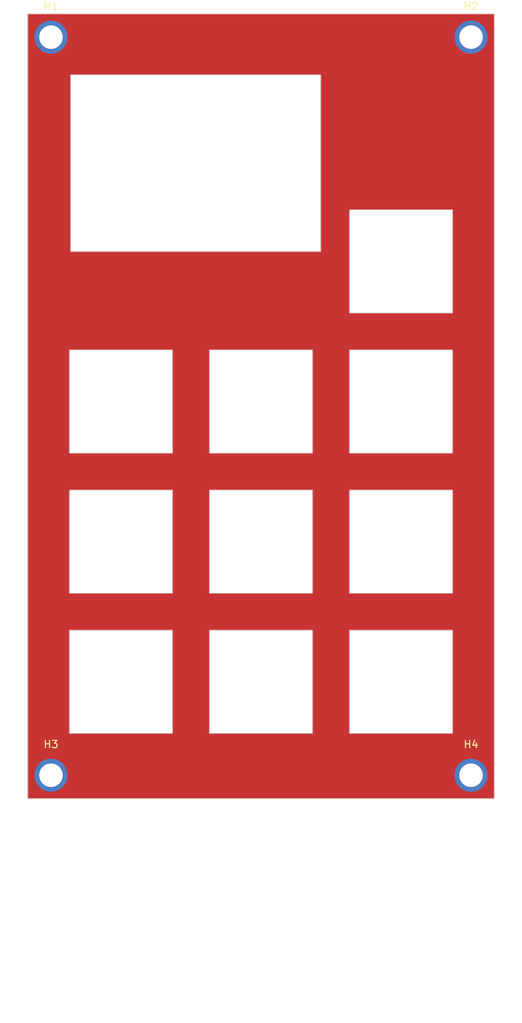
<source format=kicad_pcb>
(kicad_pcb (version 20211014) (generator pcbnew)
  (title_block (comment 4 "AISLER Project ID: HOHWKQMN"))
  (layers (0 "F.Cu" signal) (31 "B.Cu" signal) (34 "B.Paste" user) (35 "F.Paste" user) (36 "B.SilkS" user "B.Silkscreen") (37 "F.SilkS" user "F.Silkscreen") (38 "B.Mask" user) (39 "F.Mask" user) (44 "Edge.Cuts" user))
  (net 0 "")
  (net 1 "GND")
  (footprint "MountingHole:MountingHole_3.2mm_M3_Pad" (layer "F.Cu") (at 167.964101 26.845)
    (fp_text reference "H1" (at 0 -4.2) (layer "F.SilkS"))
    (fp_text value "MountingHole_Pad")
    (pad "1" thru_hole circle (at 0 0) (size 4.5 4.5) (drill 3.2) (layers *.Cu *.Mask) (net 1 "GND"))
  )
  (footprint "MountingHole:MountingHole_3.2mm_M3_Pad" (layer "F.Cu") (at 167.964101 127.175)
    (fp_text reference "H3" (at 0 -4.2) (layer "F.SilkS"))
    (fp_text value "MountingHole_Pad")
    (pad "1" thru_hole circle (at 0 0) (size 4.5 4.5) (drill 3.2) (layers *.Cu *.Mask) (net 1 "GND"))
  )
  (footprint "MountingHole:MountingHole_3.2mm_M3_Pad" (layer "F.Cu") (at 225.114101 26.845)
    (fp_text reference "H2" (at 0 -4.2) (layer "F.SilkS"))
    (fp_text value "MountingHole_Pad")
    (pad "1" thru_hole circle (at 0 0) (size 4.5 4.5) (drill 3.2) (layers *.Cu *.Mask) (net 1 "GND"))
  )
  (footprint "MountingHole:MountingHole_3.2mm_M3_Pad" (layer "F.Cu") (at 225.114101 127.175)
    (fp_text reference "H4" (at 0 -4.2) (layer "F.SilkS"))
    (fp_text value "MountingHole_Pad")
    (pad "1" thru_hole circle (at 0 0) (size 4.5 4.5) (drill 3.2) (layers *.Cu *.Mask) (net 1 "GND"))
  )
  (gr_rect (start 170.489101 107.475) (end 184.489101 121.475) (layer "Edge.Cuts") (width 0.1) (fill none))
  (gr_rect (start 208.589101 69.375) (end 222.589101 83.375) (layer "Edge.Cuts") (width 0.1) (fill none))
  (gr_line (start 164.789101 130.35) (end 228.289101 130.35) (layer "Edge.Cuts") (width 0.1))
  (gr_rect (start 170.489101 69.375) (end 184.489101 83.375) (layer "Edge.Cuts") (width 0.1) (fill none))
  (gr_rect (start 170.489101 88.425) (end 184.489101 102.425) (layer "Edge.Cuts") (width 0.1) (fill none))
  (gr_rect (start 189.539101 88.425) (end 203.539101 102.425) (layer "Edge.Cuts") (width 0.1) (fill none))
  (gr_line (start 164.789101 23.67) (end 164.789101 130.35) (layer "Edge.Cuts") (width 0.1))
  (gr_line (start 164.789101 23.67) (end 228.289101 23.67) (layer "Edge.Cuts") (width 0.1))
  (gr_rect (start 208.589101 50.325) (end 222.589101 64.325) (layer "Edge.Cuts") (width 0.1) (fill none))
  (gr_rect (start 170.649101 31.98) (end 204.649101 55.98) (layer "Edge.Cuts") (width 0.1) (fill none))
  (gr_rect (start 189.539101 69.375) (end 203.539101 83.375) (layer "Edge.Cuts") (width 0.1) (fill none))
  (gr_line (start 228.289101 130.35) (end 228.289101 23.67) (layer "Edge.Cuts") (width 0.1))
  (gr_rect (start 208.589101 88.425) (end 222.589101 102.425) (layer "Edge.Cuts") (width 0.1) (fill none))
  (gr_rect (start 208.589101 107.475) (end 222.589101 121.475) (layer "Edge.Cuts") (width 0.1) (fill none))
  (gr_rect (start 189.539101 107.475) (end 203.539101 121.475) (layer "Edge.Cuts") (width 0.1) (fill none))
  (zone (net 1) (net_name "GND") (layer "F.Cu") (connect_pads yes (clearance 0)) (min_thickness 0.254) (fill yes (thermal_gap 0.508) (thermal_bridge_width 0.508))
    (polygon (pts (xy 229.87 133.35) (xy 163.83 133.35) (xy 163.83 22.86) (xy 229.87 22.86)))
  )
)
</source>
